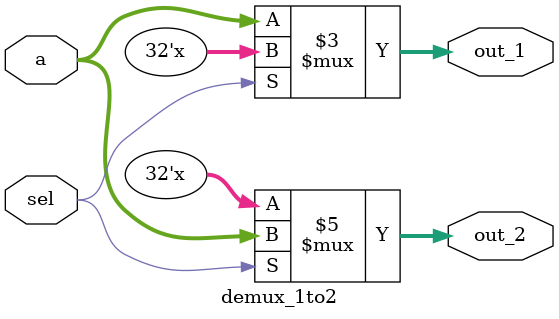
<source format=v>
module demux_1to2(input wire [31:0] a,
                 input wire sel,
                 output reg [31:0] out_1,
                 output reg [31:0] out_2
                 );

always@(*) begin
    case (sel)
      1'b0: out_1 = a;
      1'b1: out_2 = a;
    endcase
  end
endmodule
</source>
